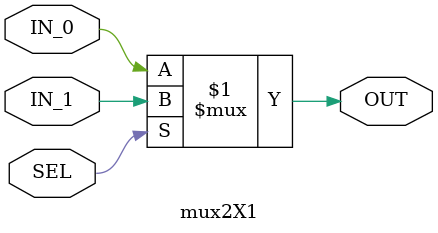
<source format=v>

module mux2X1  (

 input   wire                  IN_0,
 input   wire                  IN_1,
 input   wire                  SEL,
 output  wire                  OUT 

 );

 
assign OUT = SEL ? IN_1 : IN_0 ;
 
 
endmodule
 

</source>
